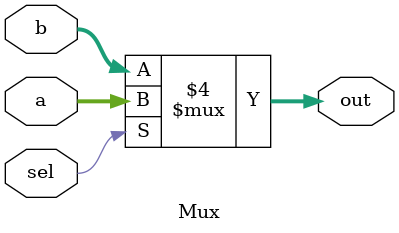
<source format=v>
`timescale 1ns / 1ps
module Mux(out, a, b, sel);

output[31:0] out;
input[31:0] a,b;
input sel;

reg[31:0] out;

always@(sel or a or b)begin
	if(sel == 1)begin
		out = a;
	end
	else begin
		out = b;
	end
end

endmodule

</source>
